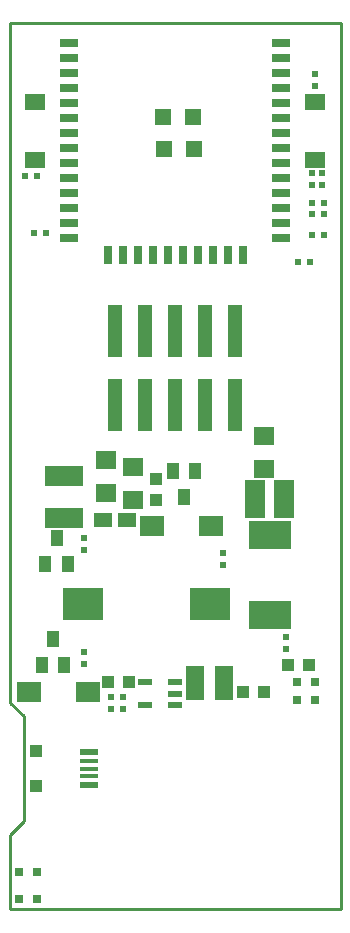
<source format=gbr>
G04 #@! TF.GenerationSoftware,KiCad,Pcbnew,5.1.0-rc1-unknown-9a8afdf~76~ubuntu18.04.1*
G04 #@! TF.CreationDate,2019-02-22T09:22:25+02:00
G04 #@! TF.ProjectId,ESP32-PoE_Rev_C,45535033-322d-4506-9f45-5f5265765f43,C*
G04 #@! TF.SameCoordinates,Original*
G04 #@! TF.FileFunction,Paste,Top*
G04 #@! TF.FilePolarity,Positive*
%FSLAX46Y46*%
G04 Gerber Fmt 4.6, Leading zero omitted, Abs format (unit mm)*
G04 Created by KiCad (PCBNEW 5.1.0-rc1-unknown-9a8afdf~76~ubuntu18.04.1) date 2019-02-22 09:22:25*
%MOMM*%
%LPD*%
G04 APERTURE LIST*
%ADD10C,0.254000*%
%ADD11R,1.700000X3.200000*%
%ADD12R,3.200000X1.700000*%
%ADD13R,1.650000X0.500000*%
%ADD14R,1.650000X0.325000*%
%ADD15R,1.000000X1.100000*%
%ADD16R,3.400000X2.700000*%
%ADD17R,1.600000X3.000000*%
%ADD18R,0.500000X0.550000*%
%ADD19R,1.754000X1.427000*%
%ADD20R,1.254000X4.504000*%
%ADD21R,1.400000X1.400000*%
%ADD22R,1.550000X0.750000*%
%ADD23R,0.750000X1.550000*%
%ADD24R,1.000000X1.400000*%
%ADD25R,0.550000X0.500000*%
%ADD26R,0.800000X0.800000*%
%ADD27R,1.016000X1.016000*%
%ADD28R,1.524000X1.270000*%
%ADD29R,1.778000X1.524000*%
%ADD30R,2.000000X1.700000*%
%ADD31R,3.600000X2.400000*%
%ADD32R,1.200000X0.550000*%
G04 APERTURE END LIST*
D10*
X90150000Y-163830000D02*
X90150000Y-170150000D01*
X91313000Y-162687000D02*
X90150000Y-163830000D01*
X91313000Y-153797000D02*
X91313000Y-162687000D01*
X90150000Y-152654000D02*
X91313000Y-153797000D01*
X90150000Y-152654000D02*
X90150000Y-95150000D01*
X90150000Y-170150000D02*
X118150000Y-170150000D01*
X90150000Y-95150000D02*
X118150000Y-95150000D01*
X118150000Y-170150000D02*
X118150000Y-95150000D01*
D11*
X110891000Y-135382000D03*
X113391000Y-135382000D03*
D12*
X94742000Y-137005000D03*
X94742000Y-133505000D03*
D13*
X96876000Y-156854500D03*
D14*
X96876000Y-157592000D03*
X96876000Y-158242000D03*
X96876000Y-158892000D03*
D13*
X96876000Y-159629500D03*
D15*
X92326000Y-156742000D03*
X92326000Y-159742000D03*
D16*
X96377000Y-144272000D03*
X107077000Y-144272000D03*
D17*
X108261000Y-151003000D03*
X105861000Y-151003000D03*
D18*
X92456000Y-108077000D03*
X91440000Y-108077000D03*
D19*
X115959000Y-101826500D03*
X115959000Y-106707500D03*
X92321000Y-101826500D03*
X92321000Y-106707500D03*
D20*
X109220000Y-121208000D03*
X109220000Y-127458000D03*
X106680000Y-121208000D03*
X106680000Y-127458000D03*
X104140000Y-121208000D03*
X104140000Y-127458000D03*
X101600000Y-121208000D03*
X101600000Y-127458000D03*
X99060000Y-121208000D03*
X99060000Y-127458000D03*
D21*
X105706400Y-105768000D03*
X103166400Y-105768000D03*
X105681000Y-103101000D03*
X103141000Y-103101000D03*
D22*
X95140000Y-96785000D03*
X95140000Y-98055000D03*
X95140000Y-99325000D03*
X95140000Y-100595000D03*
X95140000Y-101865000D03*
X95140000Y-103135000D03*
X95140000Y-104405000D03*
X95140000Y-105675000D03*
X95140000Y-106945000D03*
X95140000Y-108215000D03*
X95140000Y-109485000D03*
X95140000Y-110755000D03*
X95140000Y-112025000D03*
X95140000Y-113295000D03*
D23*
X98440000Y-114785000D03*
X99710000Y-114785000D03*
X100980000Y-114785000D03*
X102250000Y-114785000D03*
X103520000Y-114785000D03*
X104790000Y-114785000D03*
X106060000Y-114785000D03*
X107330000Y-114785000D03*
X108600000Y-114785000D03*
X109870000Y-114785000D03*
D22*
X113140000Y-113335000D03*
X113140000Y-112065000D03*
X113140000Y-110795000D03*
X113140000Y-109525000D03*
X113140000Y-108255000D03*
X113140000Y-106985000D03*
X113140000Y-105715000D03*
X113140000Y-104445000D03*
X113140000Y-103175000D03*
X113140000Y-101905000D03*
X113140000Y-100635000D03*
X113140000Y-99365000D03*
X113140000Y-98095000D03*
X113140000Y-96825000D03*
D24*
X94107000Y-138727000D03*
X95057000Y-140927000D03*
X93157000Y-140927000D03*
D25*
X116586000Y-107823000D03*
X116586000Y-108839000D03*
X115697000Y-108839000D03*
X115697000Y-107823000D03*
X115951000Y-99441000D03*
X115951000Y-100457000D03*
D24*
X105851960Y-133004560D03*
X103949500Y-133004560D03*
X104904540Y-135214360D03*
X92839540Y-149479000D03*
X94742000Y-149479000D03*
X93786960Y-147269200D03*
D26*
X92456000Y-167005000D03*
X90932000Y-167005000D03*
D27*
X113665000Y-149479000D03*
X115443000Y-149479000D03*
X111633000Y-151765000D03*
X109855000Y-151765000D03*
D26*
X92456000Y-169291000D03*
X90932000Y-169291000D03*
D28*
X98044000Y-137160000D03*
X100076000Y-137160000D03*
D29*
X111633000Y-130048000D03*
X111633000Y-132842000D03*
D30*
X102148000Y-137668000D03*
X107148000Y-137668000D03*
X96734000Y-151765000D03*
X91734000Y-151765000D03*
D31*
X112141000Y-138459000D03*
X112141000Y-145259000D03*
D32*
X104170000Y-152842000D03*
X104170000Y-151892000D03*
X104170000Y-150942000D03*
X101570000Y-152842000D03*
X101570000Y-150942000D03*
D27*
X98425000Y-150876000D03*
X100203000Y-150876000D03*
D25*
X96393000Y-148336000D03*
X96393000Y-149352000D03*
X96393000Y-139700000D03*
X96393000Y-138684000D03*
X113538000Y-147066000D03*
X113538000Y-148082000D03*
X98679000Y-152146000D03*
X98679000Y-153162000D03*
X99695000Y-152146000D03*
X99695000Y-153162000D03*
D18*
X115697000Y-111252000D03*
X116713000Y-111252000D03*
X115697000Y-110363000D03*
X116713000Y-110363000D03*
X114554000Y-115316000D03*
X115570000Y-115316000D03*
X116713000Y-113030000D03*
X115697000Y-113030000D03*
D25*
X108204000Y-139954000D03*
X108204000Y-140970000D03*
D29*
X100584000Y-135509000D03*
X100584000Y-132715000D03*
X98298000Y-134874000D03*
X98298000Y-132080000D03*
D27*
X102489000Y-135509000D03*
X102489000Y-133731000D03*
D26*
X115951000Y-152400000D03*
X114427000Y-152400000D03*
X115951000Y-150876000D03*
X114427000Y-150876000D03*
D18*
X93218000Y-112903000D03*
X92202000Y-112903000D03*
M02*

</source>
